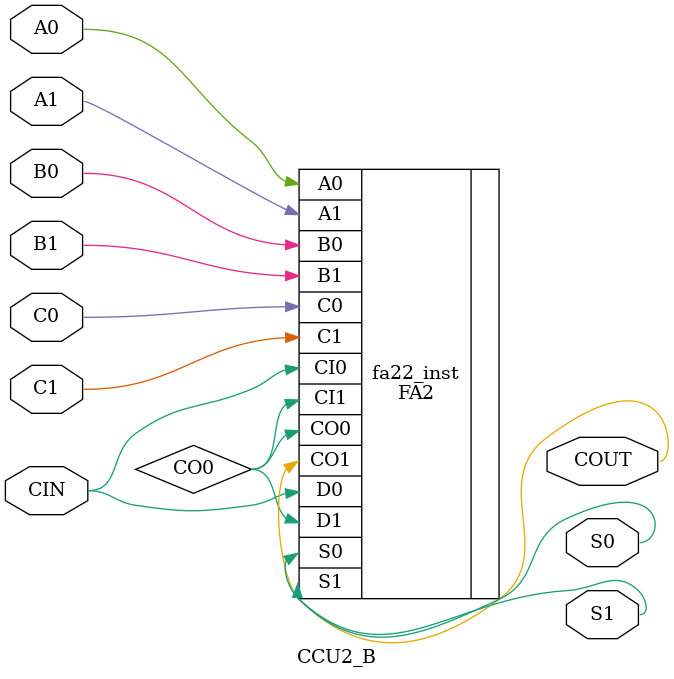
<source format=v>
`timescale 1ns/1ns
module CCU2_B(A0, B0, C0, CIN, A1, B1, C1, COUT, S0, S1); // synthesis syn_black_box

   (* \desc = "Input bit 0 of the first operand" *)
   input A0;
   (* \desc = "Input bit 0 of the second operand" *)
   input B0;
   (* \desc = "Input bit 0 of the third operand" *)
   input C0;
   (* \desc = "Carry in" *)
   input CIN;
   (* \desc = "Input bit 1 of the first operand" *)
   input A1;
   (* \desc = "Input bit 1 of the second operand" *)
   input B1;
   (* \desc = "Input bit 1 of the third operand" *)
   input C1;
   (* \desc = "Output bit 0 of the sum" *)
   output S0;
   (* \desc = "Output bit 1 of the sum" *)
   output S1;
   (* \desc = "Carry out" *)
   output COUT;

   parameter INIT0 = "0xc33c";
   parameter INIT1 = "0xc33c";

   FA2 fa22_inst ( .A0(A0), .B0(B0), .C0(C0), .D0(CIN),
                    .A1(A1), .B1(B1), .C1(C1), .D1(CO0),
                    .CI0(CIN), .CI1(CO0), .CO0(CO0), .CO1(COUT),
                .S0(S0), .S1(S1));
   defparam fa22_inst.INIT0 = INIT0;
   defparam fa22_inst.INIT1 = INIT1;
endmodule

</source>
